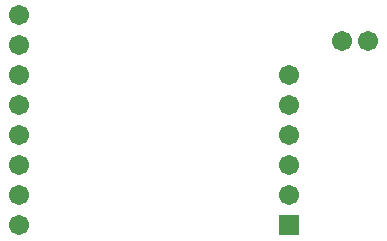
<source format=gbr>
G04 DipTrace 3.0.0.2*
G04 BottomMask.gbr*
%MOIN*%
G04 #@! TF.FileFunction,Soldermask,Bot*
G04 #@! TF.Part,Single*
%ADD27C,0.067087*%
%ADD29R,0.067087X0.067087*%
%ADD33C,0.067087*%
%FSLAX26Y26*%
G04*
G70*
G90*
G75*
G01*
G04 BotMask*
%LPD*%
D33*
X459764Y725197D3*
Y825197D3*
Y925197D3*
Y1025197D3*
Y1125197D3*
Y1225197D3*
Y1325197D3*
Y1425197D3*
D29*
X1359764Y725197D3*
D33*
Y825197D3*
Y925197D3*
Y1025197D3*
Y1125197D3*
Y1225197D3*
D27*
X1534764Y1337697D3*
X1622264D3*
M02*

</source>
